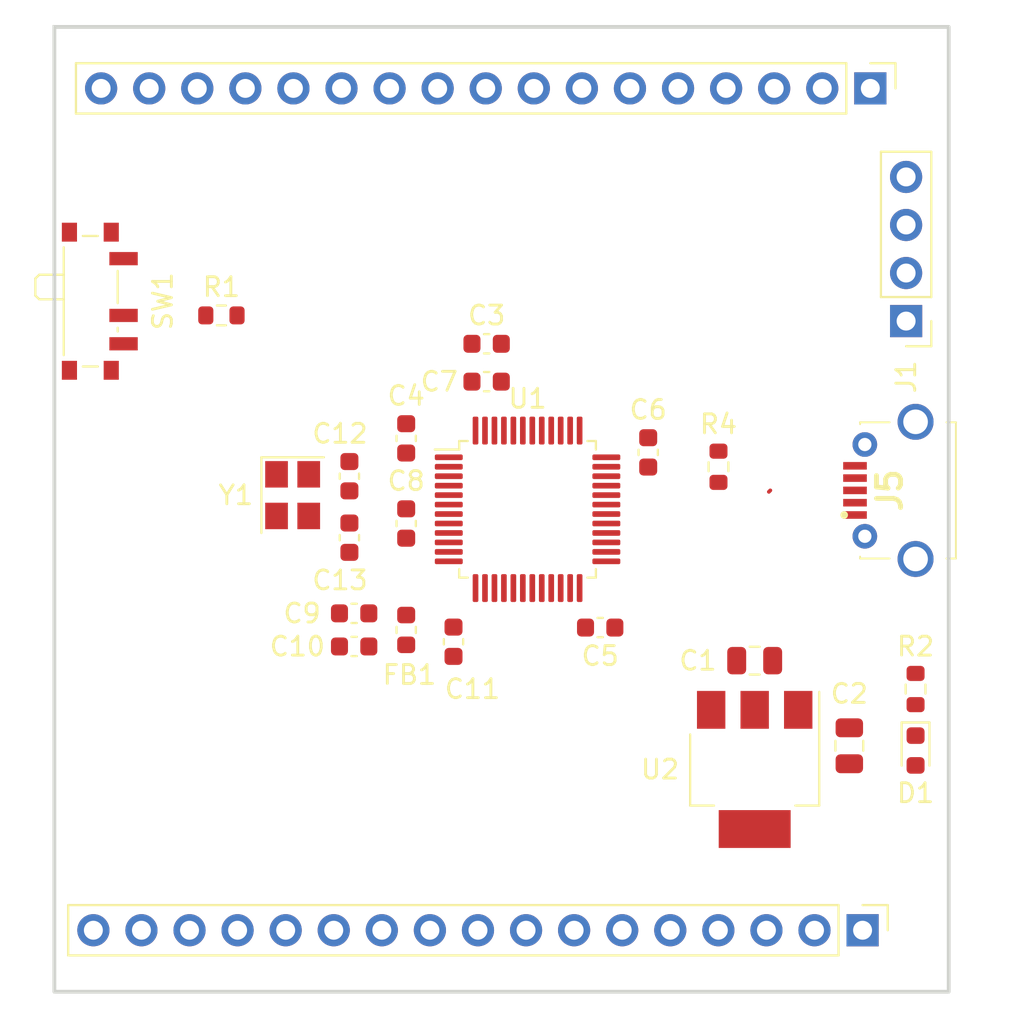
<source format=kicad_pcb>
(kicad_pcb (version 20221018) (generator pcbnew)
  (layers (0 "F.Cu" signal) (31 "B.Cu" signal) (34 "B.Paste" user) (35 "F.Paste" user) (36 "B.SilkS" user "B.Silkscreen") (37 "F.SilkS" user "F.Silkscreen") (38 "B.Mask" user) (39 "F.Mask" user) (44 "Edge.Cuts" user))
  (net 0 "")
  (net 1 "VBUS")
  (net 2 "GND")
  (net 3 "+3.3V")
  (net 4 "+3.3VA")
  (net 5 "/NRST")
  (net 6 "/HSE_IN")
  (net 7 "/HSE_OUT")
  (net 8 "/PWR_LED_K")
  (net 9 "/SWDIO")
  (net 10 "/SWCLK")
  (net 11 "/PA10")
  (net 12 "/PA9")
  (net 13 "/PA8")
  (net 14 "/PB11")
  (net 15 "/PB10")
  (net 16 "/PB0")
  (net 17 "/PB1")
  (net 18 "/PB2")
  (net 19 "/PA7")
  (net 20 "/PA6")
  (net 21 "/PA5")
  (net 22 "/PA4")
  (net 23 "/PA3")
  (net 24 "/PA2")
  (net 25 "/PA1")
  (net 26 "/PA0")
  (net 27 "/USB_D-")
  (net 28 "/USB_D+")
  (net 29 "/PA15")
  (net 30 "/PB3")
  (net 31 "/PB4")
  (net 32 "/PB5")
  (net 33 "/PB6")
  (net 34 "/PB7")
  (net 35 "/PB8")
  (net 36 "/PB9")
  (net 37 "/PC13")
  (net 38 "/PC14")
  (net 39 "/PC15")
  (net 40 "/PB12")
  (net 41 "/PB13")
  (net 42 "/PB14")
  (net 43 "/PB15")
  (net 44 "/SW_BOOT0")
  (net 45 "/BOOT0")
  (footprint "Capacitor_SMD:C_0603_1608Metric" (layer "F.Cu") (at 62.873531 61.490448 -90)
    (fp_text reference "C6" (at -2.25 0 -180) (layer "F.SilkS"))
    (fp_text value "100n")
    (fp_line (start -0.14058 -0.51) (end 0.14058 -0.51) (stroke (width 0.12)) (layer "F.SilkS"))
    (fp_line (start -0.14058 0.51) (end 0.14058 0.51) (stroke (width 0.12)) (layer "F.SilkS"))
    (pad "1" smd roundrect (at -0.775 0 270) (size 0.9 0.95) (layers "F.Cu" "F.Paste" "F.Mask") (net 3 "+3.3V"))
    (pad "2" smd roundrect (at 0.775 0 270) (size 0.9 0.95) (layers "F.Cu" "F.Paste" "F.Mask") (net 2 "GND"))
  )
  (footprint "LED_SMD:LED_0603_1608Metric" (layer "F.Cu") (at 77 77.25 -90)
    (fp_text reference "D1" (at 2.25 0 -180) (layer "F.SilkS"))
    (fp_text value "LED")
    (fp_line (start -1.485 -0.735) (end -1.485 0.735) (stroke (width 0.12)) (layer "F.SilkS"))
    (fp_line (start -1.485 0.735) (end 0.8 0.735) (stroke (width 0.12)) (layer "F.SilkS"))
    (fp_line (start 0.8 -0.735) (end -1.485 -0.735) (stroke (width 0.12)) (layer "F.SilkS"))
    (pad "1" smd roundrect (at -0.7875 0 270) (size 0.875 0.95) (layers "F.Cu" "F.Paste" "F.Mask") (net 8 "/PWR_LED_K"))
    (pad "2" smd roundrect (at 0.7875 0 270) (size 0.875 0.95) (layers "F.Cu" "F.Paste" "F.Mask") (net 3 "+3.3V"))
  )
  (footprint "Resistor_SMD:R_0603_1608Metric" (layer "F.Cu") (at 66.5875 62.25 -90)
    (fp_text reference "R4" (at -2.25 0 -180) (layer "F.SilkS"))
    (fp_text value "1k5")
    (fp_line (start -0.237258 -0.5225) (end 0.237258 -0.5225) (stroke (width 0.12)) (layer "F.SilkS"))
    (fp_line (start -0.237258 0.5225) (end 0.237258 0.5225) (stroke (width 0.12)) (layer "F.SilkS"))
    (pad "1" smd roundrect (at -0.825 0 270) (size 0.8 0.95) (layers "F.Cu" "F.Paste" "F.Mask") (net 3 "+3.3V"))
    (pad "2" smd roundrect (at 0.825 0 270) (size 0.8 0.95) (layers "F.Cu" "F.Paste" "F.Mask") (net 28 "/USB_D+"))
  )
  (footprint "Capacitor_SMD:C_0603_1608Metric" (layer "F.Cu") (at 47.3375 71.75 180)
    (fp_text reference "C10" (at 3 0) (layer "F.SilkS"))
    (fp_text value "1u")
    (fp_line (start -0.14058 -0.51) (end 0.14058 -0.51) (stroke (width 0.12)) (layer "F.SilkS"))
    (fp_line (start -0.14058 0.51) (end 0.14058 0.51) (stroke (width 0.12)) (layer "F.SilkS"))
    (pad "1" smd roundrect (at -0.775 0 180) (size 0.9 0.95) (layers "F.Cu" "F.Paste" "F.Mask") (net 3 "+3.3V"))
    (pad "2" smd roundrect (at 0.775 0 180) (size 0.9 0.95) (layers "F.Cu" "F.Paste" "F.Mask") (net 2 "GND"))
  )
  (footprint "Inductor_SMD:L_0603_1608Metric" (layer "F.Cu") (at 50.0875 70.876351 -90)
    (fp_text reference "FB1" (at 2.373649 -0.170042 -180) (layer "F.SilkS"))
    (fp_text value "120R")
    (fp_line (start -0.162779 -0.51) (end 0.162779 -0.51) (stroke (width 0.12)) (layer "F.SilkS"))
    (fp_line (start -0.162779 0.51) (end 0.162779 0.51) (stroke (width 0.12)) (layer "F.SilkS"))
    (pad "1" smd roundrect (at -0.7875 0 270) (size 0.875 0.95) (layers "F.Cu" "F.Paste" "F.Mask") (net 4 "+3.3VA"))
    (pad "2" smd roundrect (at 0.7875 0 270) (size 0.875 0.95) (layers "F.Cu" "F.Paste" "F.Mask") (net 3 "+3.3V"))
  )
  (footprint "Crystal:Crystal_SMD_3225-4Pin_3.2x2.5mm" (layer "F.Cu") (at 44.0875 63.75 -90)
    (fp_text reference "Y1" (at 0 3) (layer "F.SilkS"))
    (fp_text value "16MHz")
    (fp_line (start -2 -1.65) (end -2 1.65) (stroke (width 0.12)) (layer "F.SilkS"))
    (fp_line (start -2 1.65) (end 2 1.65) (stroke (width 0.12)) (layer "F.SilkS"))
    (pad "1" smd rect (at -1.1 0.85 270) (size 1.4 1.2) (layers "F.Cu" "F.Paste" "F.Mask") (net 6 "/HSE_IN"))
    (pad "2" smd rect (at 1.1 0.85 270) (size 1.4 1.2) (layers "F.Cu" "F.Paste" "F.Mask") (net 2 "GND"))
    (pad "3" smd rect (at 1.1 -0.85 270) (size 1.4 1.2) (layers "F.Cu" "F.Paste" "F.Mask") (net 7 "/HSE_OUT"))
    (pad "4" smd rect (at -1.1 -0.85 270) (size 1.4 1.2) (layers "F.Cu" "F.Paste" "F.Mask") (net 2 "GND"))
  )
  (footprint "Connector_PinHeader_2.54mm:PinHeader_1x04_P2.54mm_Vertical" (layer "F.Cu") (at 76.5 54.55 180)
    (fp_text reference "J1" (at 0 -2.95 90) (layer "F.SilkS"))
    (fp_text value "Conn_01x04_Pin")
    (fp_line (start -1.33 -1.33) (end 0 -1.33) (stroke (width 0.12)) (layer "F.SilkS"))
    (fp_line (start -1.33 0) (end -1.33 -1.33) (stroke (width 0.12)) (layer "F.SilkS"))
    (fp_line (start -1.33 1.27) (end -1.33 8.95) (stroke (width 0.12)) (layer "F.SilkS"))
    (fp_line (start -1.33 1.27) (end 1.33 1.27) (stroke (width 0.12)) (layer "F.SilkS"))
    (fp_line (start -1.33 8.95) (end 1.33 8.95) (stroke (width 0.12)) (layer "F.SilkS"))
    (fp_line (start 1.33 1.27) (end 1.33 8.95) (stroke (width 0.12)) (layer "F.SilkS"))
    (pad "1" thru_hole rect (at 0 0 180) (size 1.7 1.7) (drill 1) (layers "*.Cu" "*.Mask") (net 3 "+3.3V"))
    (pad "2" thru_hole oval (at 0 2.54 180) (size 1.7 1.7) (drill 1) (layers "*.Cu" "*.Mask") (net 9 "/SWDIO"))
    (pad "3" thru_hole oval (at 0 5.08 180) (size 1.7 1.7) (drill 1) (layers "*.Cu" "*.Mask") (net 10 "/SWCLK"))
    (pad "4" thru_hole oval (at 0 7.62 180) (size 1.7 1.7) (drill 1) (layers "*.Cu" "*.Mask") (net 2 "GND"))
  )
  (footprint "Capacitor_SMD:C_0603_1608Metric" (layer "F.Cu") (at 54.3375 55.75)
    (fp_text reference "C3" (at 0 -1.5) (layer "F.SilkS"))
    (fp_text value "10u")
    (fp_line (start -0.14058 -0.51) (end 0.14058 -0.51) (stroke (width 0.12)) (layer "F.SilkS"))
    (fp_line (start -0.14058 0.51) (end 0.14058 0.51) (stroke (width 0.12)) (layer "F.SilkS"))
    (pad "1" smd roundrect (at -0.775 0) (size 0.9 0.95) (layers "F.Cu" "F.Paste" "F.Mask") (net 3 "+3.3V"))
    (pad "2" smd roundrect (at 0.775 0) (size 0.9 0.95) (layers "F.Cu" "F.Paste" "F.Mask") (net 2 "GND"))
  )
  (footprint "Capacitor_SMD:C_0805_2012Metric" (layer "F.Cu") (at 68.5 72.5)
    (fp_text reference "C1" (at -3 0) (layer "F.SilkS"))
    (fp_text value "22u")
    (fp_line (start -0.261252 -0.735) (end 0.261252 -0.735) (stroke (width 0.12)) (layer "F.SilkS"))
    (fp_line (start -0.261252 0.735) (end 0.261252 0.735) (stroke (width 0.12)) (layer "F.SilkS"))
    (pad "1" smd roundrect (at -0.95 0) (size 1 1.45) (layers "F.Cu" "F.Paste" "F.Mask") (net 1 "VBUS"))
    (pad "2" smd roundrect (at 0.95 0) (size 1 1.45) (layers "F.Cu" "F.Paste" "F.Mask") (net 2 "GND"))
  )
  (footprint "Package_QFP:LQFP-48_7x7mm_P0.5mm" (layer "F.Cu") (at 56.5 64.5)
    (fp_text reference "U1" (at 0 -5.85) (layer "F.SilkS"))
    (fp_text value "STM32F103C8T6")
    (fp_line (start -3.61 -3.61) (end -3.61 -3.16) (stroke (width 0.12)) (layer "F.SilkS"))
    (fp_line (start -3.61 -3.16) (end -4.9 -3.16) (stroke (width 0.12)) (layer "F.SilkS"))
    (fp_line (start -3.61 3.61) (end -3.61 3.16) (stroke (width 0.12)) (layer "F.SilkS"))
    (fp_line (start -3.16 -3.61) (end -3.61 -3.61) (stroke (width 0.12)) (layer "F.SilkS"))
    (fp_line (start -3.16 3.61) (end -3.61 3.61) (stroke (width 0.12)) (layer "F.SilkS"))
    (fp_line (start 3.16 -3.61) (end 3.61 -3.61) (stroke (width 0.12)) (layer "F.SilkS"))
    (fp_line (start 3.16 3.61) (end 3.61 3.61) (stroke (width 0.12)) (layer "F.SilkS"))
    (fp_line (start 3.61 -3.61) (end 3.61 -3.16) (stroke (width 0.12)) (layer "F.SilkS"))
    (fp_line (start 3.61 3.61) (end 3.61 3.16) (stroke (width 0.12)) (layer "F.SilkS"))
    (pad "1" smd roundrect (at -4.1625 -2.75) (size 1.475 0.3) (layers "F.Cu" "F.Paste" "F.Mask") (net 3 "+3.3V"))
    (pad "2" smd roundrect (at -4.1625 -2.25) (size 1.475 0.3) (layers "F.Cu" "F.Paste" "F.Mask") (net 37 "/PC13"))
    (pad "3" smd roundrect (at -4.1625 -1.75) (size 1.475 0.3) (layers "F.Cu" "F.Paste" "F.Mask") (net 38 "/PC14"))
    (pad "4" smd roundrect (at -4.1625 -1.25) (size 1.475 0.3) (layers "F.Cu" "F.Paste" "F.Mask") (net 39 "/PC15"))
    (pad "5" smd roundrect (at -4.1625 -0.75) (size 1.475 0.3) (layers "F.Cu" "F.Paste" "F.Mask") (net 6 "/HSE_IN"))
    (pad "6" smd roundrect (at -4.1625 -0.25) (size 1.475 0.3) (layers "F.Cu" "F.Paste" "F.Mask") (net 7 "/HSE_OUT"))
    (pad "7" smd roundrect (at -4.1625 0.25) (size 1.475 0.3) (layers "F.Cu" "F.Paste" "F.Mask") (net 5 "/NRST"))
    (pad "8" smd roundrect (at -4.1625 0.75) (size 1.475 0.3) (layers "F.Cu" "F.Paste" "F.Mask") (net 2 "GND"))
    (pad "9" smd roundrect (at -4.1625 1.25) (size 1.475 0.3) (layers "F.Cu" "F.Paste" "F.Mask") (net 4 "+3.3VA"))
    (pad "10" smd roundrect (at -4.1625 1.75) (size 1.475 0.3) (layers "F.Cu" "F.Paste" "F.Mask") (net 26 "/PA0"))
    (pad "11" smd roundrect (at -4.1625 2.25) (size 1.475 0.3) (layers "F.Cu" "F.Paste" "F.Mask") (net 25 "/PA1"))
    (pad "12" smd roundrect (at -4.1625 2.75) (size 1.475 0.3) (layers "F.Cu" "F.Paste" "F.Mask") (net 24 "/PA2"))
    (pad "13" smd roundrect (at -2.75 4.1625) (size 0.3 1.475) (layers "F.Cu" "F.Paste" "F.Mask") (net 23 "/PA3"))
    (pad "14" smd roundrect (at -2.25 4.1625) (size 0.3 1.475) (layers "F.Cu" "F.Paste" "F.Mask") (net 22 "/PA4"))
    (pad "15" smd roundrect (at -1.75 4.1625) (size 0.3 1.475) (layers "F.Cu" "F.Paste" "F.Mask") (net 21 "/PA5"))
    (pad "16" smd roundrect (at -1.25 4.1625) (size 0.3 1.475) (layers "F.Cu" "F.Paste" "F.Mask") (net 20 "/PA6"))
    (pad "17" smd roundrect (at -0.75 4.1625) (size 0.3 1.475) (layers "F.Cu" "F.Paste" "F.Mask") (net 19 "/PA7"))
    (pad "18" smd roundrect (at -0.25 4.1625) (size 0.3 1.475) (layers "F.Cu" "F.Paste" "F.Mask") (net 16 "/PB0"))
    (pad "19" smd roundrect (at 0.25 4.1625) (size 0.3 1.475) (layers "F.Cu" "F.Paste" "F.Mask") (net 17 "/PB1"))
    (pad "20" smd roundrect (at 0.75 4.1625) (size 0.3 1.475) (layers "F.Cu" "F.Paste" "F.Mask") (net 18 "/PB2"))
    (pad "21" smd roundrect (at 1.25 4.1625) (size 0.3 1.475) (layers "F.Cu" "F.Paste" "F.Mask") (net 15 "/PB10"))
    (pad "22" smd roundrect (at 1.75 4.1625) (size 0.3 1.475) (layers "F.Cu" "F.Paste" "F.Mask") (net 14 "/PB11"))
    (pad "23" smd roundrect (at 2.25 4.1625) (size 0.3 1.475) (layers "F.Cu" "F.Paste" "F.Mask") (net 2 "GND"))
    (pad "24" smd roundrect (at 2.75 4.1625) (size 0.3 1.475) (layers "F.Cu" "F.Paste" "F.Mask") (net 3 "+3.3V"))
    (pad "25" smd roundrect (at 4.1625 2.75) (size 1.475 0.3) (layers "F.Cu" "F.Paste" "F.Mask") (net 40 "/PB12"))
    (pad "26" smd roundrect (at 4.1625 2.25) (size 1.475 0.3) (layers "F.Cu" "F.Paste" "F.Mask") (net 41 "/PB13"))
    (pad "27" smd roundrect (at 4.1625 1.75) (size 1.475 0.3) (layers "F.Cu" "F.Paste" "F.Mask") (net 42 "/PB14"))
    (pad "28" smd roundrect (at 4.1625 1.25) (size 1.475 0.3) (layers "F.Cu" "F.Paste" "F.Mask") (net 43 "/PB15"))
    (pad "29" smd roundrect (at 4.1625 0.75) (size 1.475 0.3) (layers "F.Cu" "F.Paste" "F.Mask") (net 13 "/PA8"))
    (pad "30" smd roundrect (at 4.1625 0.25) (size 1.475 0.3) (layers "F.Cu" "F.Paste" "F.Mask") (net 12 "/PA9"))
    (pad "31" smd roundrect (at 4.1625 -0.25) (size 1.475 0.3) (layers "F.Cu" "F.Paste" "F.Mask") (net 11 "/PA10"))
    (pad "32" smd roundrect (at 4.1625 -0.75) (size 1.475 0.3) (layers "F.Cu" "F.Paste" "F.Mask") (net 27 "/USB_D-"))
    (pad "33" smd roundrect (at 4.1625 -1.25) (size 1.475 0.3) (layers "F.Cu" "F.Paste" "F.Mask") (net 28 "/USB_D+"))
    (pad "34" smd roundrect (at 4.1625 -1.75) (size 1.475 0.3) (layers "F.Cu" "F.Paste" "F.Mask") (net 9 "/SWDIO"))
    (pad "35" smd roundrect (at 4.1625 -2.25) (size 1.475 0.3) (layers "F.Cu" "F.Paste" "F.Mask") (net 2 "GND"))
    (pad "36" smd roundrect (at 4.1625 -2.75) (size 1.475 0.3) (layers "F.Cu" "F.Paste" "F.Mask") (net 3 "+3.3V"))
    (pad "37" smd roundrect (at 2.75 -4.1625) (size 0.3 1.475) (layers "F.Cu" "F.Paste" "F.Mask") (net 10 "/SWCLK"))
    (pad "38" smd roundrect (at 2.25 -4.1625) (size 0.3 1.475) (layers "F.Cu" "F.Paste" "F.Mask") (net 29 "/PA15"))
    (pad "39" smd roundrect (at 1.75 -4.1625) (size 0.3 1.475) (layers "F.Cu" "F.Paste" "F.Mask") (net 30 "/PB3"))
    (pad "40" smd roundrect (at 1.25 -4.1625) (size 0.3 1.475) (layers "F.Cu" "F.Paste" "F.Mask") (net 31 "/PB4"))
    (pad "41" smd roundrect (at 0.75 -4.1625) (size 0.3 1.475) (layers "F.Cu" "F.Paste" "F.Mask") (net 32 "/PB5"))
    (pad "42" smd roundrect (at 0.25 -4.1625) (size 0.3 1.475) (layers "F.Cu" "F.Paste" "F.Mask") (net 33 "/PB6"))
    (pad "43" smd roundrect (at -0.25 -4.1625) (size 0.3 1.475) (layers "F.Cu" "F.Paste" "F.Mask") (net 34 "/PB7"))
    (pad "44" smd roundrect (at -0.75 -4.1625) (size 0.3 1.475) (layers "F.Cu" "F.Paste" "F.Mask") (net 45 "/BOOT0"))
    (pad "45" smd roundrect (at -1.25 -4.1625) (size 0.3 1.475) (layers "F.Cu" "F.Paste" "F.Mask") (net 35 "/PB8"))
    (pad "46" smd roundrect (at -1.75 -4.1625) (size 0.3 1.475) (layers "F.Cu" "F.Paste" "F.Mask") (net 36 "/PB9"))
    (pad "47" smd roundrect (at -2.25 -4.1625) (size 0.3 1.475) (layers "F.Cu" "F.Paste" "F.Mask") (net 2 "GND"))
    (pad "48" smd roundrect (at -2.75 -4.1625) (size 0.3 1.475) (layers "F.Cu" "F.Paste" "F.Mask") (net 3 "+3.3V"))
  )
  (footprint "Connector_PinHeader_2.54mm:PinHeader_1x17_P2.54mm_Vertical" (layer "F.Cu") (at 74.61 42.25 -90)
    (fp_text reference "J4" hide)
    (fp_text value "Conn_01x17")
    (fp_line (start -1.33 -1.33) (end 0 -1.33) (stroke (width 0.12)) (layer "F.SilkS"))
    (fp_line (start -1.33 0) (end -1.33 -1.33) (stroke (width 0.12)) (layer "F.SilkS"))
    (fp_line (start -1.33 1.27) (end -1.33 41.97) (stroke (width 0.12)) (layer "F.SilkS"))
    (fp_line (start -1.33 1.27) (end 1.33 1.27) (stroke (width 0.12)) (layer "F.SilkS"))
    (fp_line (start -1.33 41.97) (end 1.33 41.97) (stroke (width 0.12)) (layer "F.SilkS"))
    (fp_line (start 1.33 1.27) (end 1.33 41.97) (stroke (width 0.12)) (layer "F.SilkS"))
    (pad "1" thru_hole rect (at 0 0 270) (size 1.7 1.7) (drill 1) (layers "*.Cu" "*.Mask") (net 3 "+3.3V"))
    (pad "2" thru_hole oval (at 0 2.54 270) (size 1.7 1.7) (drill 1) (layers "*.Cu" "*.Mask") (net 2 "GND"))
    (pad "3" thru_hole oval (at 0 5.08 270) (size 1.7 1.7) (drill 1) (layers "*.Cu" "*.Mask") (net 29 "/PA15"))
    (pad "4" thru_hole oval (at 0 7.62 270) (size 1.7 1.7) (drill 1) (layers "*.Cu" "*.Mask") (net 30 "/PB3"))
    (pad "5" thru_hole oval (at 0 10.16 270) (size 1.7 1.7) (drill 1) (layers "*.Cu" "*.Mask") (net 31 "/PB4"))
    (pad "6" thru_hole oval (at 0 12.7 270) (size 1.7 1.7) (drill 1) (layers "*.Cu" "*.Mask") (net 32 "/PB5"))
    (pad "7" thru_hole oval (at 0 15.24 270) (size 1.7 1.7) (drill 1) (layers "*.Cu" "*.Mask") (net 33 "/PB6"))
    (pad "8" thru_hole oval (at 0 17.78 270) (size 1.7 1.7) (drill 1) (layers "*.Cu" "*.Mask") (net 34 "/PB7"))
    (pad "9" thru_hole oval (at 0 20.32 270) (size 1.7 1.7) (drill 1) (layers "*.Cu" "*.Mask") (net 35 "/PB8"))
    (pad "10" thru_hole oval (at 0 22.86 270) (size 1.7 1.7) (drill 1) (layers "*.Cu" "*.Mask") (net 36 "/PB9"))
    (pad "11" thru_hole oval (at 0 25.4 270) (size 1.7 1.7) (drill 1) (layers "*.Cu" "*.Mask") (net 37 "/PC13"))
    (pad "12" thru_hole oval (at 0 27.94 270) (size 1.7 1.7) (drill 1) (layers "*.Cu" "*.Mask") (net 38 "/PC14"))
    (pad "13" thru_hole oval (at 0 30.48 270) (size 1.7 1.7) (drill 1) (layers "*.Cu" "*.Mask") (net 39 "/PC15"))
    (pad "14" thru_hole oval (at 0 33.02 270) (size 1.7 1.7) (drill 1) (layers "*.Cu" "*.Mask") (net 40 "/PB12"))
    (pad "15" thru_hole oval (at 0 35.56 270) (size 1.7 1.7) (drill 1) (layers "*.Cu" "*.Mask") (net 41 "/PB13"))
    (pad "16" thru_hole oval (at 0 38.1 270) (size 1.7 1.7) (drill 1) (layers "*.Cu" "*.Mask") (net 42 "/PB14"))
    (pad "17" thru_hole oval (at 0 40.64 270) (size 1.7 1.7) (drill 1) (layers "*.Cu" "*.Mask") (net 43 "/PB15"))
  )
  (footprint "Button_Switch_SMD:SW_SPDT_PCM12" (layer "F.Cu") (at 33.725 53.5 -90)
    (fp_text reference "SW1" (at 0 -3.5 90) (layer "F.SilkS"))
    (fp_text value "SW_SPDT")
    (fp_line (start -3.45 -0.07) (end -3.45 0.72) (stroke (width 0.12)) (layer "F.SilkS"))
    (fp_line (start -2.85 1.73) (end 2.85 1.73) (stroke (width 0.12)) (layer "F.SilkS"))
    (fp_line (start -1.6 -1.12) (end 0.1 -1.12) (stroke (width 0.12)) (layer "F.SilkS"))
    (fp_line (start -1.4 1.73) (end -1.4 3.02) (stroke (width 0.12)) (layer "F.SilkS"))
    (fp_line (start -1.4 3.02) (end -1.2 3.23) (stroke (width 0.12)) (layer "F.SilkS"))
    (fp_line (start -1.2 3.23) (end -0.3 3.23) (stroke (width 0.12)) (layer "F.SilkS"))
    (fp_line (start -0.1 3.02) (end -0.3 3.23) (stroke (width 0.12)) (layer "F.SilkS"))
    (fp_line (start -0.1 3.02) (end -0.1 1.73) (stroke (width 0.12)) (layer "F.SilkS"))
    (fp_line (start 1.4 -1.12) (end 1.6 -1.12) (stroke (width 0.12)) (layer "F.SilkS"))
    (fp_line (start 3.45 0.72) (end 3.45 -0.07) (stroke (width 0.12)) (layer "F.SilkS"))
    (pad "" smd rect (at -3.65 -0.78 270) (size 1 0.8) (layers "F.Cu" "F.Paste" "F.Mask"))
    (pad "" smd rect (at -3.65 1.43 270) (size 1 0.8) (layers "F.Cu" "F.Paste" "F.Mask"))
    (pad "" np_thru_hole circle (at -1.5 0.33 270) (size 0.9 0.9) (drill 0.9) (layers "*.Cu" "*.Mask"))
    (pad "" np_thru_hole circle (at 1.5 0.33 270) (size 0.9 0.9) (drill 0.9) (layers "*.Cu" "*.Mask"))
    (pad "" smd rect (at 3.65 -0.78 270) (size 1 0.8) (layers "F.Cu" "F.Paste" "F.Mask"))
    (pad "" smd rect (at 3.65 1.43 270) (size 1 0.8) (layers "F.Cu" "F.Paste" "F.Mask"))
    (pad "1" smd rect (at -2.25 -1.43 270) (size 0.7 1.5) (layers "F.Cu" "F.Paste" "F.Mask") (net 2 "GND"))
    (pad "2" smd rect (at 0.75 -1.43 270) (size 0.7 1.5) (layers "F.Cu" "F.Paste" "F.Mask") (net 44 "/SW_BOOT0"))
    (pad "3" smd rect (at 2.25 -1.43 270) (size 0.7 1.5) (layers "F.Cu" "F.Paste" "F.Mask") (net 3 "+3.3V"))
  )
  (footprint "Capacitor_SMD:C_0603_1608Metric" (layer "F.Cu") (at 50.0875 65.25 90)
    (fp_text reference "C8" (at 2.25 0 180) (layer "F.SilkS"))
    (fp_text value "10n")
    (fp_line (start -0.14058 -0.51) (end 0.14058 -0.51) (stroke (width 0.12)) (layer "F.SilkS"))
    (fp_line (start -0.14058 0.51) (end 0.14058 0.51) (stroke (width 0.12)) (layer "F.SilkS"))
    (pad "1" smd roundrect (at -0.775 0 90) (size 0.9 0.95) (layers "F.Cu" "F.Paste" "F.Mask") (net 4 "+3.3VA"))
    (pad "2" smd roundrect (at 0.775 0 90) (size 0.9 0.95) (layers "F.Cu" "F.Paste" "F.Mask") (net 2 "GND"))
  )
  (footprint "Capacitor_SMD:C_0603_1608Metric" (layer "F.Cu") (at 50.0875 60.75 90)
    (fp_text reference "C4" (at 2.25 0 180) (layer "F.SilkS"))
    (fp_text value "100n")
    (fp_line (start -0.14058 -0.51) (end 0.14058 -0.51) (stroke (width 0.12)) (layer "F.SilkS"))
    (fp_line (start -0.14058 0.51) (end 0.14058 0.51) (stroke (width 0.12)) (layer "F.SilkS"))
    (pad "1" smd roundrect (at -0.775 0 90) (size 0.9 0.95) (layers "F.Cu" "F.Paste" "F.Mask") (net 3 "+3.3V"))
    (pad "2" smd roundrect (at 0.775 0 90) (size 0.9 0.95) (layers "F.Cu" "F.Paste" "F.Mask") (net 2 "GND"))
  )
  (footprint "MICROXNJ:MICROXNJ" (layer "F.Cu") (at 77 63.5 -90)
    (fp_text reference "J5" (at 0 1.37 -90) (layer "F.SilkS") (effects (font (size 1.27 1.27) (thickness 0.254))))
    (fp_text value "MICROXNJ" hide)
    (fp_line (start -3.6 -2.13) (end 3.6 -2.13) (stroke (width 0.1)) (layer "F.SilkS"))
    (fp_line (start -3.6 -1.63) (end -3.6 -2.13) (stroke (width 0.1)) (layer "F.SilkS"))
    (fp_line (start -3.6 1.37) (end -3.6 2.93) (stroke (width 0.1)) (layer "F.SilkS"))
    (fp_line (start -3.6 2.93) (end -3.6 2.93) (stroke (width 0.1)) (layer "F.SilkS"))
    (fp_line (start -3.6 2.93) (end -3.5 2.93) (stroke (width 0.1)) (layer "F.SilkS"))
    (fp_line (start 1.2 3.77) (end 1.2 3.77) (stroke (width 0.2)) (layer "F.SilkS"))
    (fp_line (start 1.4 3.77) (end 1.4 3.77) (stroke (width 0.2)) (layer "F.SilkS"))
    (fp_line (start 3.6 -2.13) (end 3.6 -1.63) (stroke (width 0.1)) (layer "F.SilkS"))
    (fp_line (start 3.6 1.37) (end 3.6 2.93) (stroke (width 0.1)) (layer "F.SilkS"))
    (fp_line (start 3.6 2.93) (end 3.5 2.93) (stroke (width 0.1)) (layer "F.SilkS"))
    (fp_arc (start 1.2 3.77) (mid 1.3 3.67) (end 1.4 3.77) (stroke (width 0.2)) (layer "F.SilkS"))
    (fp_arc (start 1.4 3.77) (mid 1.3 3.87) (end 1.2 3.77) (stroke (width 0.2)) (layer "F.SilkS"))
    (pad "1" smd rect (at 1.3 3.2 270) (size 0.4 1.25) (layers "F.Cu" "F.Paste" "F.Mask") (net 1 "VBUS"))
    (pad "2" smd rect (at 0.65 3.2 270) (size 0.4 1.25) (layers "F.Cu" "F.Paste" "F.Mask") (net 27 "/USB_D-"))
    (pad "3" smd rect (at 0 3.2 270) (size 0.4 1.25) (layers "F.Cu" "F.Paste" "F.Mask") (net 28 "/USB_D+"))
    (pad "4" smd rect (at -0.65 3.2 270) (size 0.4 1.25) (layers "F.Cu" "F.Paste" "F.Mask"))
    (pad "5" smd rect (at -1.3 3.2 270) (size 0.4 1.25) (layers "F.Cu" "F.Paste" "F.Mask") (net 2 "GND"))
    (pad "MH1" thru_hole circle (at 2.425 2.68 270) (size 1.3 1.3) (drill 0.7) (layers "*.Cu" "*.Mask"))
    (pad "MH2" thru_hole circle (at -2.425 2.68 270) (size 1.3 1.3) (drill 0.7) (layers "*.Cu" "*.Mask"))
    (pad "MH3" thru_hole circle (at 3.625 0 270) (size 1.9 1.9) (drill 1.3) (layers "*.Cu" "*.Mask"))
    (pad "MH4" thru_hole circle (at -3.625 0 270) (size 1.9 1.9) (drill 1.3) (layers "*.Cu" "*.Mask"))
  )
  (footprint "Capacitor_SMD:C_0805_2012Metric" (layer "F.Cu") (at 73.5 77 90)
    (fp_text reference "C2" (at 2.75 0 180) (layer "F.SilkS"))
    (fp_text value "22u")
    (fp_line (start -0.261252 -0.735) (end 0.261252 -0.735) (stroke (width 0.12)) (layer "F.SilkS"))
    (fp_line (start -0.261252 0.735) (end 0.261252 0.735) (stroke (width 0.12)) (layer "F.SilkS"))
    (pad "1" smd roundrect (at -0.95 0 90) (size 1 1.45) (layers "F.Cu" "F.Paste" "F.Mask") (net 3 "+3.3V"))
    (pad "2" smd roundrect (at 0.95 0 90) (size 1 1.45) (layers "F.Cu" "F.Paste" "F.Mask") (net 2 "GND"))
  )
  (footprint "Capacitor_SMD:C_0603_1608Metric" (layer "F.Cu") (at 60.3375 70.75 180)
    (fp_text reference "C5" (at 0 -1.5) (layer "F.SilkS"))
    (fp_text value "100n")
    (fp_line (start -0.14058 -0.51) (end 0.14058 -0.51) (stroke (width 0.12)) (layer "F.SilkS"))
    (fp_line (start -0.14058 0.51) (end 0.14058 0.51) (stroke (width 0.12)) (layer "F.SilkS"))
    (pad "1" smd roundrect (at -0.775 0 180) (size 0.9 0.95) (layers "F.Cu" "F.Paste" "F.Mask") (net 3 "+3.3V"))
    (pad "2" smd roundrect (at 0.775 0 180) (size 0.9 0.95) (layers "F.Cu" "F.Paste" "F.Mask") (net 2 "GND"))
  )
  (footprint "Resistor_SMD:R_0603_1608Metric" (layer "F.Cu") (at 77 74 90)
    (fp_text reference "R2" (at 2.25 0) (layer "F.SilkS"))
    (fp_text value "1k5")
    (fp_line (start -0.237258 -0.5225) (end 0.237258 -0.5225) (stroke (width 0.12)) (layer "F.SilkS"))
    (fp_line (start -0.237258 0.5225) (end 0.237258 0.5225) (stroke (width 0.12)) (layer "F.SilkS"))
    (pad "1" smd roundrect (at -0.825 0 90) (size 0.8 0.95) (layers "F.Cu" "F.Paste" "F.Mask") (net 8 "/PWR_LED_K"))
    (pad "2" smd roundrect (at 0.825 0 90) (size 0.8 0.95) (layers "F.Cu" "F.Paste" "F.Mask") (net 2 "GND"))
  )
  (footprint "Package_TO_SOT_SMD:SOT-223-3_TabPin2" (layer "F.Cu") (at 68.5 78.25 -90)
    (fp_text reference "U2" (at 0 5 -180) (layer "F.SilkS"))
    (fp_text value "AMS1117-3.3")
    (fp_line (start -4.1 -3.41) (end 1.91 -3.41) (stroke (width 0.12)) (layer "F.SilkS"))
    (fp_line (start -1.85 3.41) (end 1.91 3.41) (stroke (width 0.12)) (layer "F.SilkS"))
    (fp_line (start 1.91 -3.41) (end 1.91 -2.15) (stroke (width 0.12)) (layer "F.SilkS"))
    (fp_line (start 1.91 3.41) (end 1.91 2.15) (stroke (width 0.12)) (layer "F.SilkS"))
    (pad "1" smd rect (at -3.15 -2.3 270) (size 2 1.5) (layers "F.Cu" "F.Paste" "F.Mask") (net 2 "GND"))
    (pad "2" smd rect (at -3.15 0 270) (size 2 1.5) (layers "F.Cu" "F.Paste" "F.Mask") (net 3 "+3.3V"))
    (pad "2" smd rect (at 3.15 0 270) (size 2 3.8) (layers "F.Cu" "F.Paste" "F.Mask") (net 3 "+3.3V"))
    (pad "3" smd rect (at -3.15 2.3 270) (size 2 1.5) (layers "F.Cu" "F.Paste" "F.Mask") (net 1 "VBUS"))
  )
  (footprint "Resistor_SMD:R_0603_1608Metric" (layer "F.Cu") (at 40.325 54.25)
    (fp_text reference "R1" (at 0 -1.5) (layer "F.SilkS"))
    (fp_text value "10k")
    (fp_line (start -0.237258 -0.5225) (end 0.237258 -0.5225) (stroke (width 0.12)) (layer "F.SilkS"))
    (fp_line (start -0.237258 0.5225) (end 0.237258 0.5225) (stroke (width 0.12)) (layer "F.SilkS"))
    (pad "1" smd roundrect (at -0.825 0) (size 0.8 0.95) (layers "F.Cu" "F.Paste" "F.Mask") (net 44 "/SW_BOOT0"))
    (pad "2" smd roundrect (at 0.825 0) (size 0.8 0.95) (layers "F.Cu" "F.Paste" "F.Mask") (net 45 "/BOOT0"))
  )
  (footprint "Capacitor_SMD:C_0603_1608Metric" (layer "F.Cu") (at 54.3375 57.75)
    (fp_text reference "C7" (at -2.5 0) (layer "F.SilkS"))
    (fp_text value "100n")
    (fp_line (start -0.14058 -0.51) (end 0.14058 -0.51) (stroke (width 0.12)) (layer "F.SilkS"))
    (fp_line (start -0.14058 0.51) (end 0.14058 0.51) (stroke (width 0.12)) (layer "F.SilkS"))
    (pad "1" smd roundrect (at -0.775 0) (size 0.9 0.95) (layers "F.Cu" "F.Paste" "F.Mask") (net 3 "+3.3V"))
    (pad "2" smd roundrect (at 0.775 0) (size 0.9 0.95) (layers "F.Cu" "F.Paste" "F.Mask") (net 2 "GND"))
  )
  (footprint "Connector_PinHeader_2.54mm:PinHeader_1x17_P2.54mm_Vertical" (layer "F.Cu") (at 74.2 86.75 -90)
    (fp_text reference "J2" hide)
    (fp_text value "Conn_01x17")
    (fp_line (start -1.33 -1.33) (end 0 -1.33) (stroke (width 0.12)) (layer "F.SilkS"))
    (fp_line (start -1.33 0) (end -1.33 -1.33) (stroke (width 0.12)) (layer "F.SilkS"))
    (fp_line (start -1.33 1.27) (end -1.33 41.97) (stroke (width 0.12)) (layer "F.SilkS"))
    (fp_line (start -1.33 1.27) (end 1.33 1.27) (stroke (width 0.12)) (layer "F.SilkS"))
    (fp_line (start -1.33 41.97) (end 1.33 41.97) (stroke (width 0.12)) (layer "F.SilkS"))
    (fp_line (start 1.33 1.27) (end 1.33 41.97) (stroke (width 0.12)) (layer "F.SilkS"))
    (pad "1" thru_hole rect (at 0 0 270) (size 1.7 1.7) (drill 1) (layers "*.Cu" "*.Mask") (net 3 "+3.3V"))
    (pad "2" thru_hole oval (at 0 2.54 270) (size 1.7 1.7) (drill 1) (layers "*.Cu" "*.Mask") (net 11 "/PA10"))
    (pad "3" thru_hole oval (at 0 5.08 270) (size 1.7 1.7) (drill 1) (layers "*.Cu" "*.Mask") (net 12 "/PA9"))
    (pad "4" thru_hole oval (at 0 7.62 270) (size 1.7 1.7) (drill 1) (layers "*.Cu" "*.Mask") (net 13 "/PA8"))
    (pad "5" thru_hole oval (at 0 10.16 270) (size 1.7 1.7) (drill 1) (layers "*.Cu" "*.Mask") (net 14 "/PB11"))
    (pad "6" thru_hole oval (at 0 12.7 270) (size 1.7 1.7) (drill 1) (layers "*.Cu" "*.Mask") (net 15 "/PB10"))
    (pad "7" thru_hole oval (at 0 15.24 270) (size 1.7 1.7) (drill 1) (layers "*.Cu" "*.Mask") (net 16 "/PB0"))
    (pad "8" thru_hole oval (at 0 17.78 270) (size 1.7 1.7) (drill 1) (layers "*.Cu" "*.Mask") (net 17 "/PB1"))
    (pad "9" thru_hole oval (at 0 20.32 270) (size 1.7 1.7) (drill 1) (layers "*.Cu" "*.Mask") (net 18 "/PB2"))
    (pad "10" thru_hole oval (at 0 22.86 270) (size 1.7 1.7) (drill 1) (layers "*.Cu" "*.Mask") (net 19 "/PA7"))
    (pad "11" thru_hole oval (at 0 25.4 270) (size 1.7 1.7) (drill 1) (layers "*.Cu" "*.Mask") (net 20 "/PA6"))
    (pad "12" thru_hole oval (at 0 27.94 270) (size 1.7 1.7) (drill 1) (layers "*.Cu" "*.Mask") (net 21 "/PA5"))
    (pad "13" thru_hole oval (at 0 30.48 270) (size 1.7 1.7) (drill 1) (layers "*.Cu" "*.Mask") (net 22 "/PA4"))
    (pad "14" thru_hole oval (at 0 33.02 270) (size 1.7 1.7) (drill 1) (layers "*.Cu" "*.Mask") (net 23 "/PA3"))
    (pad "15" thru_hole oval (at 0 35.56 270) (size 1.7 1.7) (drill 1) (layers "*.Cu" "*.Mask") (net 24 "/PA2"))
    (pad "16" thru_hole oval (at 0 38.1 270) (size 1.7 1.7) (drill 1) (layers "*.Cu" "*.Mask") (net 25 "/PA1"))
    (pad "17" thru_hole oval (at 0 40.64 270) (size 1.7 1.7) (drill 1) (layers "*.Cu" "*.Mask") (net 26 "/PA0"))
  )
  (footprint "Capacitor_SMD:C_0603_1608Metric" (layer "F.Cu") (at 47.0875 62.75 90)
    (fp_text reference "C12" (at 2.25 -0.5 180) (layer "F.SilkS"))
    (fp_text value "10p")
    (fp_line (start -0.14058 -0.51) (end 0.14058 -0.51) (stroke (width 0.12)) (layer "F.SilkS"))
    (fp_line (start -0.14058 0.51) (end 0.14058 0.51) (stroke (width 0.12)) (layer "F.SilkS"))
    (pad "1" smd roundrect (at -0.775 0 90) (size 0.9 0.95) (layers "F.Cu" "F.Paste" "F.Mask") (net 6 "/HSE_IN"))
    (pad "2" smd roundrect (at 0.775 0 90) (size 0.9 0.95) (layers "F.Cu" "F.Paste" "F.Mask") (net 2 "GND"))
  )
  (footprint "Capacitor_SMD:C_0603_1608Metric" (layer "F.Cu") (at 52.5875 71.5 -90)
    (fp_text reference "C11" (at 2.5 -1 -180) (layer "F.SilkS"))
    (fp_text value "100n")
    (fp_line (start -0.14058 -0.51) (end 0.14058 -0.51) (stroke (width 0.12)) (layer "F.SilkS"))
    (fp_line (start -0.14058 0.51) (end 0.14058 0.51) (stroke (width 0.12)) (layer "F.SilkS"))
    (pad "1" smd roundrect (at -0.775 0 270) (size 0.9 0.95) (layers "F.Cu" "F.Paste" "F.Mask") (net 5 "/NRST"))
    (pad "2" smd roundrect (at 0.775 0 270) (size 0.9 0.95) (layers "F.Cu" "F.Paste" "F.Mask") (net 2 "GND"))
  )
  (footprint "Capacitor_SMD:C_0603_1608Metric" (layer "F.Cu") (at 47.3375 70 180)
    (fp_text reference "C9" (at 2.75 0) (layer "F.SilkS"))
    (fp_text value "1u")
    (fp_line (start -0.14058 -0.51) (end 0.14058 -0.51) (stroke (width 0.12)) (layer "F.SilkS"))
    (fp_line (start -0.14058 0.51) (end 0.14058 0.51) (stroke (width 0.12)) (layer "F.SilkS"))
    (pad "1" smd roundrect (at -0.775 0 180) (size 0.9 0.95) (layers "F.Cu" "F.Paste" "F.Mask") (net 4 "+3.3VA"))
    (pad "2" smd roundrect (at 0.775 0 180) (size 0.9 0.95) (layers "F.Cu" "F.Paste" "F.Mask") (net 2 "GND"))
  )
  (footprint "Capacitor_SMD:C_0603_1608Metric" (layer "F.Cu") (at 47.0875 66 -90)
    (fp_text reference "C13" (at 2.25 0.5 -180) (layer "F.SilkS"))
    (fp_text value "10p")
    (fp_line (start -0.14058 -0.51) (end 0.14058 -0.51) (stroke (width 0.12)) (layer "F.SilkS"))
    (fp_line (start -0.14058 0.51) (end 0.14058 0.51) (stroke (width 0.12)) (layer "F.SilkS"))
    (pad "1" smd roundrect (at -0.775 0 270) (size 0.9 0.95) (layers "F.Cu" "F.Paste" "F.Mask") (net 7 "/HSE_OUT"))
    (pad "2" smd roundrect (at 0.775 0 270) (size 0.9 0.95) (layers "F.Cu" "F.Paste" "F.Mask") (net 2 "GND"))
  )
  (gr_rect (start 31.5 39) (end 78.75 90) (stroke (width 0.2)) (fill none) (layer "Edge.Cuts"))
  (segment (start 69.325 63.5) (end 69.25 63.575) (width 0.2) (layer "F.Cu") (net 28))
)
</source>
